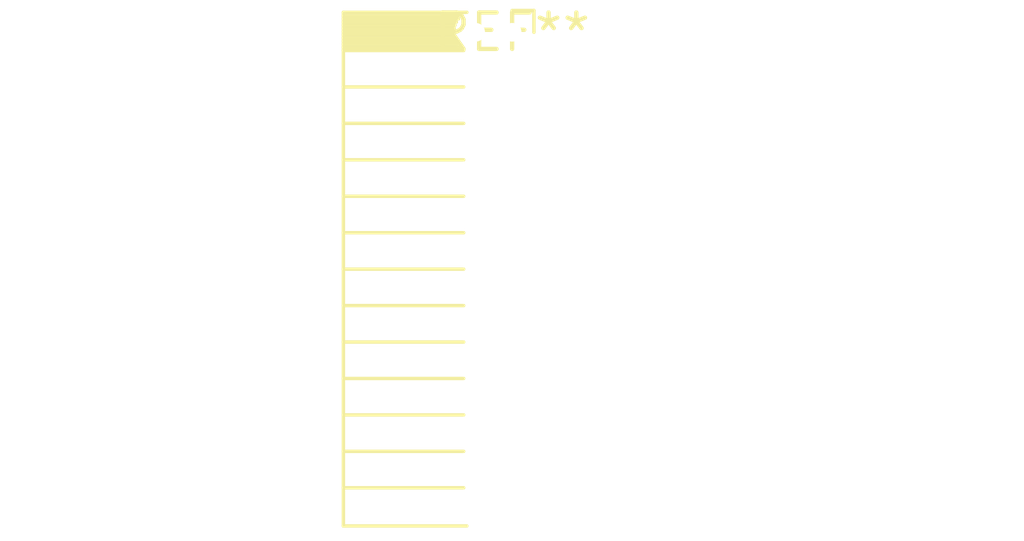
<source format=kicad_pcb>
(kicad_pcb (version 20240108) (generator pcbnew)
  (layers (0 "F.Cu" signal) (31 "B.Cu" signal) (34 "B.Paste" user) (35 "F.Paste" user) (36 "B.SilkS" user "B.Silkscreen") (37 "F.SilkS" user "F.Silkscreen") (38 "B.Mask" user) (39 "F.Mask" user) (44 "Edge.Cuts" user))
  (net 0 "")
  (footprint "PinSocket_2x14_P1.27mm_Horizontal" (layer "F.Cu") (at 0 0)
    (property "Reference" "REF**")
    (property "Value" "PinSocket_2x14_P1.27mm_Horizontal")
    (fp_line (start -5.88 -0.695) (end -5.88 17.205) (layer "F.SilkS") (stroke (width 0.12)))
    (fp_line (start -5.88 -0.695) (end -1.57753 -0.695) (layer "F.SilkS") (stroke (width 0.12)))
    (fp_line (start -5.88 -0.575) (end -1.766966 -0.575) (layer "F.SilkS") (stroke (width 0.12)))
    (fp_line (start -5.88 -0.465) (end -1.871145 -0.465) (layer "F.SilkS") (stroke (width 0.12)))
    (fp_line (start -5.88 -0.355) (end -1.941993 -0.355) (layer "F.SilkS") (stroke (width 0.12)))
    (fp_line (start -5.88 -0.245) (end -1.989427 -0.245) (layer "F.SilkS") (stroke (width 0.12)))
    (fp_line (start -5.88 -0.135) (end -2.017914 -0.135) (layer "F.SilkS") (stroke (width 0.12)))
    (fp_line (start -5.88 -0.025) (end -2.029589 -0.025) (layer "F.SilkS") (stroke (width 0.12)))
    (fp_line (start -5.88 0.085) (end -2.025232 0.085) (layer "F.SilkS") (stroke (width 0.12)))
    (fp_line (start -5.88 0.195) (end -2.004558 0.195) (layer "F.SilkS") (stroke (width 0.12)))
    (fp_line (start -5.88 0.305) (end -1.966114 0.305) (layer "F.SilkS") (stroke (width 0.12)))
    (fp_line (start -5.88 0.415) (end -1.906691 0.415) (layer "F.SilkS") (stroke (width 0.12)))
    (fp_line (start -5.88 0.525) (end -1.819523 0.525) (layer "F.SilkS") (stroke (width 0.12)))
    (fp_line (start -5.88 0.635) (end -1.687582 0.635) (layer "F.SilkS") (stroke (width 0.12)))
    (fp_line (start -5.88 1.905) (end -1.687582 1.905) (layer "F.SilkS") (stroke (width 0.12)))
    (fp_line (start -5.88 3.175) (end -1.687582 3.175) (layer "F.SilkS") (stroke (width 0.12)))
    (fp_line (start -5.88 4.445) (end -1.687582 4.445) (layer "F.SilkS") (stroke (width 0.12)))
    (fp_line (start -5.88 5.715) (end -1.687582 5.715) (layer "F.SilkS") (stroke (width 0.12)))
    (fp_line (start -5.88 6.985) (end -1.687582 6.985) (layer "F.SilkS") (stroke (width 0.12)))
    (fp_line (start -5.88 8.255) (end -1.687582 8.255) (layer "F.SilkS") (stroke (width 0.12)))
    (fp_line (start -5.88 9.525) (end -1.687582 9.525) (layer "F.SilkS") (stroke (width 0.12)))
    (fp_line (start -5.88 10.795) (end -1.687582 10.795) (layer "F.SilkS") (stroke (width 0.12)))
    (fp_line (start -5.88 12.065) (end -1.687582 12.065) (layer "F.SilkS") (stroke (width 0.12)))
    (fp_line (start -5.88 13.335) (end -1.687582 13.335) (layer "F.SilkS") (stroke (width 0.12)))
    (fp_line (start -5.88 14.605) (end -1.687582 14.605) (layer "F.SilkS") (stroke (width 0.12)))
    (fp_line (start -5.88 15.875) (end -1.687582 15.875) (layer "F.SilkS") (stroke (width 0.12)))
    (fp_line (start -5.88 17.205) (end -1.57753 17.205) (layer "F.SilkS") (stroke (width 0.12)))
    (fp_line (start 0 -0.76) (end 0.76 -0.76) (layer "F.SilkS") (stroke (width 0.12)))
    (fp_line (start 0.76 -0.76) (end 0.76 0) (layer "F.SilkS") (stroke (width 0.12)))
    (pad "1" thru_hole rect (at 0 0) (size 1 1) (drill 0.65) (layers *.Cu *.Mask) (remove_unused_layers))
    (pad "2" thru_hole oval (at -1.27 0) (size 1 1) (drill 0.65) (layers *.Cu *.Mask) (remove_unused_layers))
    (pad "3" thru_hole oval (at 0 1.27) (size 1 1) (drill 0.65) (layers *.Cu *.Mask) (remove_unused_layers))
    (pad "4" thru_hole oval (at -1.27 1.27) (size 1 1) (drill 0.65) (layers *.Cu *.Mask) (remove_unused_layers))
    (pad "5" thru_hole oval (at 0 2.54) (size 1 1) (drill 0.65) (layers *.Cu *.Mask) (remove_unused_layers))
    (pad "6" thru_hole oval (at -1.27 2.54) (size 1 1) (drill 0.65) (layers *.Cu *.Mask) (remove_unused_layers))
    (pad "7" thru_hole oval (at 0 3.81) (size 1 1) (drill 0.65) (layers *.Cu *.Mask) (remove_unused_layers))
    (pad "8" thru_hole oval (at -1.27 3.81) (size 1 1) (drill 0.65) (layers *.Cu *.Mask) (remove_unused_layers))
    (pad "9" thru_hole oval (at 0 5.08) (size 1 1) (drill 0.65) (layers *.Cu *.Mask) (remove_unused_layers))
    (pad "10" thru_hole oval (at -1.27 5.08) (size 1 1) (drill 0.65) (layers *.Cu *.Mask) (remove_unused_layers))
    (pad "11" thru_hole oval (at 0 6.35) (size 1 1) (drill 0.65) (layers *.Cu *.Mask) (remove_unused_layers))
    (pad "12" thru_hole oval (at -1.27 6.35) (size 1 1) (drill 0.65) (layers *.Cu *.Mask) (remove_unused_layers))
    (pad "13" thru_hole oval (at 0 7.62) (size 1 1) (drill 0.65) (layers *.Cu *.Mask) (remove_unused_layers))
    (pad "14" thru_hole oval (at -1.27 7.62) (size 1 1) (drill 0.65) (layers *.Cu *.Mask) (remove_unused_layers))
    (pad "15" thru_hole oval (at 0 8.89) (size 1 1) (drill 0.65) (layers *.Cu *.Mask) (remove_unused_layers))
    (pad "16" thru_hole oval (at -1.27 8.89) (size 1 1) (drill 0.65) (layers *.Cu *.Mask) (remove_unused_layers))
    (pad "17" thru_hole oval (at 0 10.16) (size 1 1) (drill 0.65) (layers *.Cu *.Mask) (remove_unused_layers))
    (pad "18" thru_hole oval (at -1.27 10.16) (size 1 1) (drill 0.65) (layers *.Cu *.Mask) (remove_unused_layers))
    (pad "19" thru_hole oval (at 0 11.43) (size 1 1) (drill 0.65) (layers *.Cu *.Mask) (remove_unused_layers))
    (pad "20" thru_hole oval (at -1.27 11.43) (size 1 1) (drill 0.65) (layers *.Cu *.Mask) (remove_unused_layers))
    (pad "21" thru_hole oval (at 0 12.7) (size 1 1) (drill 0.65) (layers *.Cu *.Mask) (remove_unused_layers))
    (pad "22" thru_hole oval (at -1.27 12.7) (size 1 1) (drill 0.65) (layers *.Cu *.Mask) (remove_unused_layers))
    (pad "23" thru_hole oval (at 0 13.97) (size 1 1) (drill 0.65) (layers *.Cu *.Mask) (remove_unused_layers))
    (pad "24" thru_hole oval (at -1.27 13.97) (size 1 1) (drill 0.65) (layers *.Cu *.Mask) (remove_unused_layers))
    (pad "25" thru_hole oval (at 0 15.24) (size 1 1) (drill 0.65) (layers *.Cu *.Mask) (remove_unused_layers))
    (pad "26" thru_hole oval (at -1.27 15.24) (size 1 1) (drill 0.65) (layers *.Cu *.Mask) (remove_unused_layers))
    (pad "27" thru_hole oval (at 0 16.51) (size 1 1) (drill 0.65) (layers *.Cu *.Mask) (remove_unused_layers))
    (pad "28" thru_hole oval (at -1.27 16.51) (size 1 1) (drill 0.65) (layers *.Cu *.Mask) (remove_unused_layers))
  )
)
</source>
